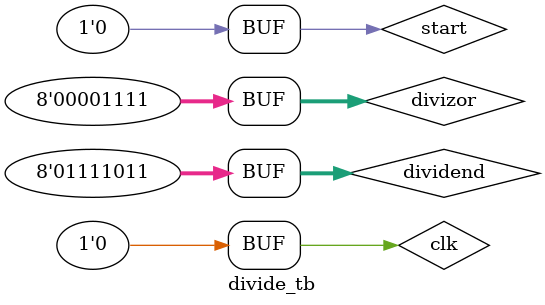
<source format=v>
module add #(parameter w = 4)
(
input [w-1:0] x, y, //N-bit adder inputs
input cin, //carry input
output [w-1:0] z, //N-bit adder output
output cout //carry output
);
wire temp; //temp bit 0
// Cout = bit N+1, Sum = bits N:1, Cin+1 = carry into bit 1 if Cin=1
assign {cout,z,temp} = {1'b0, x, cin} + {1'b0, y, 1'b1};
endmodule

module sub #(parameter w = 4)
(
input [w-1:0] x, y, //N-bit adder inputs 
output [w-1:0] z //N-bit adder output
 //carry output
);

// Cout = bit N+1, Sum = bits N:1, Cin+1 = carry into bit 1 if Cin=1
assign z=x-y;
endmodule

module rgst1 #(parameter w = 8)
(
input [w-1:0] d, 
output reg [w-1:0] q,
input clk, 
input clr,
input in, 
input sh, 
input ld,
input assignq
);
always @(posedge clk) 
begin
if (clr == 1)
q <= 0;
else if (ld == 1)
q <= d; 
else if (sh == 1)
q <= {q[w-2:0], 1'bz};
else if (assignq==1)
q[0]<=in;  
else begin
q <= q;
end 
end
endmodule 

module rgst2 #(parameter w = 8)
(
input [w-1:0] d, 
output reg [w-1:0] q, 
input sh_in, 
input clk, 
input clr, 
input sh, 
input ld 
);
always @(posedge clk) 
begin
if (clr == 1)
q <= 0;
else if (ld == 1)
q <= d; 
else if (sh == 1)
q <= {q[w-2:0], sh_in}; 
else
q <= q; 
end
endmodule

module MUX_2_la_1 #(parameter w = 8)(
    input [w-1:0]a,
    input [w-1:0]b,
    input s,
    output [w-1:0]z
    );
 
  generate
	genvar i;
	for(i = 0; i < w; i = i + 1) begin: vect
		assign z[i] = (a[i] & ~s) | (b[i] & s);
	end
  endgenerate
 
 
endmodule

module div_control #(parameter w = 8) 
(
input clk, start, A8,
output operate, shift, subtract, add, assignq, stop, in
);
reg [6:0] st_nxt, state;
reg reg_q; 
parameter StartS=7'b0000001, ShiftS=7'b0000010, SubtractS=7'b0000100, TestS=7'b0001000, AddS=7'b0010000, AssignQS=7'b0100000, StopS=7'b1000000;
reg [w-1:0] count; 
wire N0; 
always @(posedge clk)
if (operate == 1) count = 0;
else if (shift == 1) count=  count + 1;

  
  
assign N0 = (count == w) ? 1 : 0;
 
always @(*)begin
case (state)
  StartS:st_nxt=ShiftS;
  ShiftS:st_nxt=SubtractS;
  SubtractS:st_nxt=TestS;
  TestS:if(A8){reg_q,st_nxt}={1'b0,AddS};
      else {reg_q,st_nxt}={1'b1,AssignQS};
  AddS:st_nxt=AssignQS;
  AssignQS:if(N0) st_nxt=StopS;
           else st_nxt=ShiftS;
  StopS: st_nxt=StopS;
endcase
end 
always @(posedge clk) begin
    if(start) state<=StartS;
    else state<=st_nxt;
    end


assign operate = state[0]; 
assign shift = state[1]; 
assign subtract = state[2]; 
assign add = state[4];
assign assignq = state[5];
assign in=reg_q;
assign stop = state[6];
endmodule

module divide_8_bit #(parameter w = 8)
(
input clk,start,
input [w-1:0] divizor,
input [w-1:0] dividend,
output [w-1:0] quotient,
output [w-1:0] remainder,
output stop
);
wire [w-1:0] RegA, RegM, Sum;
wire [w-1:0] RegQ;
wire [w-1:0] add_output, subtract_output, mux_output;
wire operate, shift, subtract, add, assignq, in; //controller wires
wire cout; 

assign quotient = RegQ;
assign remainder= RegA; 
div_control #(w) controller(.clk(clk), .start(start), .A8(RegA[w-1]), .operate(operate), .shift(shift), .add(add), .assignq(assignq), .stop(stop), .in(in), .subtract(subtract));
rgst1 #(w) M_Reg (.d(divizor), .q(RegM), .assignq(1'b0),.in(1'b0), .clk(clk), .clr(1'b0), .sh(1'b0), .ld(start));
rgst1 #(w) Q_Reg (.d(dividend), .q(RegQ), .assignq(assignq),.in(in), .clk(clk), .clr(1'b0), .sh(shift), .ld(start));
rgst2 #(w) A_Reg (.d(mux_output), .q(RegA), .sh_in(RegQ[w-1]), .clk(clk), .clr(operate), .sh(shift), .ld(add|subtract));

//adder_subtractor Add(.x(RegA), .y(RegM), .sel(~add|subtract), .z(Sum));
sub #(w) this_subtracter(.x(RegA), .y(RegM), .z(subtract_output));//a -m
add #(w) this_adder(.x(RegA), .y(RegM), .z(add_output), .cin(1'b0), .cout(cout)); //a+m

MUX_2_la_1 #(w)MUX(.a(add_output), .b(subtract_output), .z(mux_output), .s(subtract));




endmodule

module divide_tb;
  
  reg clk, start; 
  reg [7:0] divizor, dividend;
  wire [7:0] remainder, quotient;
  wire stop;
  
  divide_8_bit #(8) uut(.clk(clk), .start(start), .divizor(divizor), .dividend(dividend), .quotient(quotient), .remainder(remainder), .stop(stop));
  
  initial begin
  clk<=1'b0;
  divizor<=8'd15;
  dividend<=8'd123;
  start<=1'b1;
    #4;
  start<=1'b0;
  
  end
  
  
  initial begin
    
    repeat(100) #2 clk<=~clk;
    
  end
  initial begin
    
    $display("DIVIZOR\tDIVIDEND\tREMAINDER\t\QUOTIENT\tstart\tstop\t");
    $monitor("%d\t\t%d\t\t%b\t%b\t%b\t%b\t%b",divizor, dividend, remainder, quotient,start, stop,clk );
    
  end
  
endmodule

</source>
